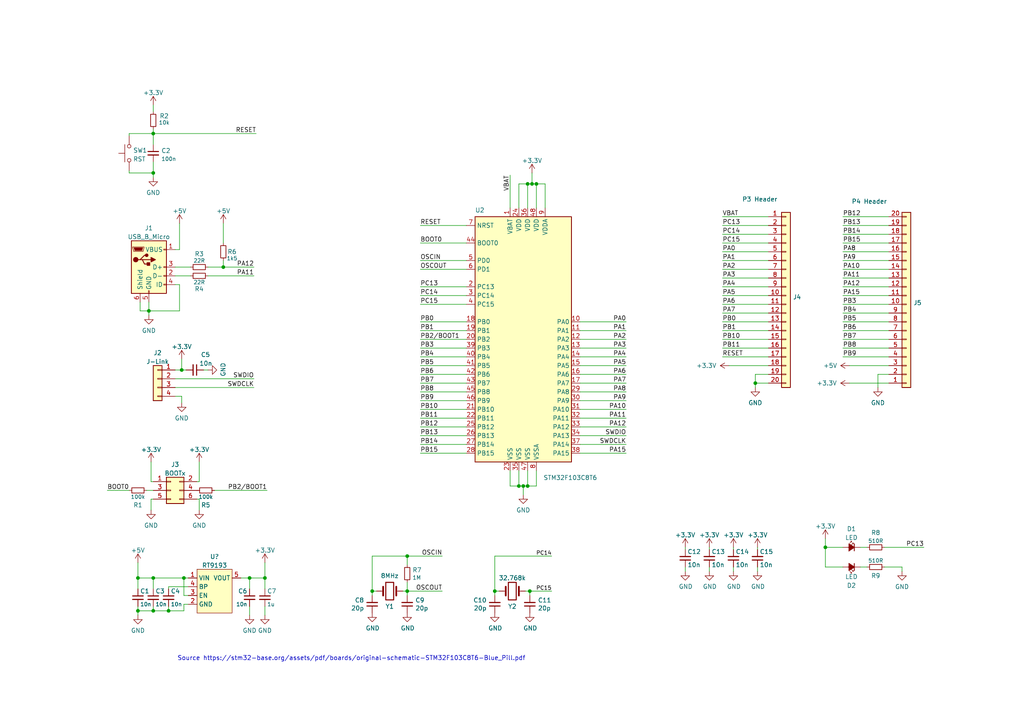
<source format=kicad_sch>
(kicad_sch (version 20211123) (generator eeschema)
  (paper "A4")
  (title_block (title "STM32F103C8T6 Bluepill") (date "2022-10-15") (company "Luc Hondareyte"))
  (lib_symbols
    (symbol "Connector:USB_B_Micro" (pin_names (offset 1.016))
      (property "Reference" "J" (at -5.08 11.43 0))
      (property "Value" "USB_B_Micro" (at -5.08 8.89 0))
      (symbol "USB_B_Micro_0_1"
        (rectangle (start -5.08 -7.62) (end 5.08 7.62) (stroke (width 0.254)) (fill (type background)))
        (circle (center -3.81 2.159) (radius 0.635) (stroke (width 0.254)) (fill (type outline)))
        (circle (center -0.635 3.429) (radius 0.381) (stroke (width 0.254)) (fill (type outline)))
        (rectangle (start -0.127 -7.62) (end 0.127 -6.858))
        (polyline (pts (xy -1.905 2.159) (xy 0.635 2.159)) (stroke (width 0.254)))
        (polyline (pts (xy -3.175 2.159) (xy -2.54 2.159) (xy -1.27 3.429) (xy -0.635 3.429)) (stroke (width 0.254)))
        (polyline (pts (xy -2.54 2.159) (xy -1.905 2.159) (xy -1.27 0.889) (xy 0 0.889)) (stroke (width 0.254)))
        (polyline (pts (xy 0.635 2.794) (xy 0.635 1.524) (xy 1.905 2.159) (xy 0.635 2.794)) (stroke (width 0.254)) (fill (type outline)))
        (polyline (pts (xy -4.318 5.588) (xy -1.778 5.588) (xy -2.032 4.826) (xy -4.064 4.826) (xy -4.318 5.588)) (fill (type outline)))
        (polyline (pts (xy -4.699 5.842) (xy -4.699 5.588) (xy -4.445 4.826) (xy -4.445 4.572) (xy -1.651 4.572) (xy -1.651 4.826) (xy -1.397 5.588) (xy -1.397 5.842) (xy -4.699 5.842)))
        (rectangle (start 0.254 1.27) (end -0.508 0.508) (stroke (width 0.254)) (fill (type outline)))
        (rectangle (start 5.08 -5.207) (end 4.318 -4.953))
        (rectangle (start 5.08 -2.667) (end 4.318 -2.413))
        (rectangle (start 5.08 -0.127) (end 4.318 0.127))
        (rectangle (start 5.08 4.953) (end 4.318 5.207))
      )
      (symbol "USB_B_Micro_1_1"
        (pin power_out line (at 7.62 5.08 180) (length 2.54) (name "VBUS") (number "1"))
        (pin bidirectional line (at 7.62 -2.54 180) (length 2.54) (name "D-") (number "2"))
        (pin bidirectional line (at 7.62 0 180) (length 2.54) (name "D+") (number "3"))
        (pin passive line (at 7.62 -5.08 180) (length 2.54) (name "ID") (number "4"))
        (pin power_out line (at 0 -10.16 90) (length 2.54) (name "GND") (number "5"))
        (pin passive line (at -2.54 -10.16 90) (length 2.54) (name "Shield") (number "6"))
      )
    )
    (symbol "Connector_Generic:Conn_01x04" (pin_names (offset 1.016) hide)
      (property "Reference" "J" (at 0 5.08 0))
      (property "Value" "Conn_01x04" (at 0 -7.62 0))
      (symbol "Conn_01x04_1_1"
        (rectangle (start -1.27 -4.953) (end 0 -5.207) (stroke (width 0.1524)))
        (rectangle (start -1.27 -2.413) (end 0 -2.667) (stroke (width 0.1524)))
        (rectangle (start -1.27 0.127) (end 0 -0.127) (stroke (width 0.1524)))
        (rectangle (start -1.27 2.667) (end 0 2.413) (stroke (width 0.1524)))
        (rectangle (start -1.27 3.81) (end 1.27 -6.35) (stroke (width 0.254)) (fill (type background)))
        (pin passive line (at -5.08 2.54 0) (length 3.81) (name "Pin_1") (number "1"))
        (pin passive line (at -5.08 0 0) (length 3.81) (name "Pin_2") (number "2"))
        (pin passive line (at -5.08 -2.54 0) (length 3.81) (name "Pin_3") (number "3"))
        (pin passive line (at -5.08 -5.08 0) (length 3.81) (name "Pin_4") (number "4"))
      )
    )
    (symbol "Connector_Generic:Conn_01x20" (pin_names (offset 1.016) hide)
      (property "Reference" "J" (at 0 25.4 0))
      (property "Value" "Conn_01x20" (at 0 -27.94 0))
      (symbol "Conn_01x20_1_1"
        (rectangle (start -1.27 -25.273) (end 0 -25.527) (stroke (width 0.1524)))
        (rectangle (start -1.27 -22.733) (end 0 -22.987) (stroke (width 0.1524)))
        (rectangle (start -1.27 -20.193) (end 0 -20.447) (stroke (width 0.1524)))
        (rectangle (start -1.27 -17.653) (end 0 -17.907) (stroke (width 0.1524)))
        (rectangle (start -1.27 -15.113) (end 0 -15.367) (stroke (width 0.1524)))
        (rectangle (start -1.27 -12.573) (end 0 -12.827) (stroke (width 0.1524)))
        (rectangle (start -1.27 -10.033) (end 0 -10.287) (stroke (width 0.1524)))
        (rectangle (start -1.27 -7.493) (end 0 -7.747) (stroke (width 0.1524)))
        (rectangle (start -1.27 -4.953) (end 0 -5.207) (stroke (width 0.1524)))
        (rectangle (start -1.27 -2.413) (end 0 -2.667) (stroke (width 0.1524)))
        (rectangle (start -1.27 0.127) (end 0 -0.127) (stroke (width 0.1524)))
        (rectangle (start -1.27 2.667) (end 0 2.413) (stroke (width 0.1524)))
        (rectangle (start -1.27 5.207) (end 0 4.953) (stroke (width 0.1524)))
        (rectangle (start -1.27 7.747) (end 0 7.493) (stroke (width 0.1524)))
        (rectangle (start -1.27 10.287) (end 0 10.033) (stroke (width 0.1524)))
        (rectangle (start -1.27 12.827) (end 0 12.573) (stroke (width 0.1524)))
        (rectangle (start -1.27 15.367) (end 0 15.113) (stroke (width 0.1524)))
        (rectangle (start -1.27 17.907) (end 0 17.653) (stroke (width 0.1524)))
        (rectangle (start -1.27 20.447) (end 0 20.193) (stroke (width 0.1524)))
        (rectangle (start -1.27 22.987) (end 0 22.733) (stroke (width 0.1524)))
        (rectangle (start -1.27 24.13) (end 1.27 -26.67) (stroke (width 0.254)) (fill (type background)))
        (pin passive line (at -5.08 22.86 0) (length 3.81) (name "Pin_1") (number "1"))
        (pin passive line (at -5.08 0 0) (length 3.81) (name "Pin_10") (number "10"))
        (pin passive line (at -5.08 -2.54 0) (length 3.81) (name "Pin_11") (number "11"))
        (pin passive line (at -5.08 -5.08 0) (length 3.81) (name "Pin_12") (number "12"))
        (pin passive line (at -5.08 -7.62 0) (length 3.81) (name "Pin_13") (number "13"))
        (pin passive line (at -5.08 -10.16 0) (length 3.81) (name "Pin_14") (number "14"))
        (pin passive line (at -5.08 -12.7 0) (length 3.81) (name "Pin_15") (number "15"))
        (pin passive line (at -5.08 -15.24 0) (length 3.81) (name "Pin_16") (number "16"))
        (pin passive line (at -5.08 -17.78 0) (length 3.81) (name "Pin_17") (number "17"))
        (pin passive line (at -5.08 -20.32 0) (length 3.81) (name "Pin_18") (number "18"))
        (pin passive line (at -5.08 -22.86 0) (length 3.81) (name "Pin_19") (number "19"))
        (pin passive line (at -5.08 20.32 0) (length 3.81) (name "Pin_2") (number "2"))
        (pin passive line (at -5.08 -25.4 0) (length 3.81) (name "Pin_20") (number "20"))
        (pin passive line (at -5.08 17.78 0) (length 3.81) (name "Pin_3") (number "3"))
        (pin passive line (at -5.08 15.24 0) (length 3.81) (name "Pin_4") (number "4"))
        (pin passive line (at -5.08 12.7 0) (length 3.81) (name "Pin_5") (number "5"))
        (pin passive line (at -5.08 10.16 0) (length 3.81) (name "Pin_6") (number "6"))
        (pin passive line (at -5.08 7.62 0) (length 3.81) (name "Pin_7") (number "7"))
        (pin passive line (at -5.08 5.08 0) (length 3.81) (name "Pin_8") (number "8"))
        (pin passive line (at -5.08 2.54 0) (length 3.81) (name "Pin_9") (number "9"))
      )
    )
    (symbol "Connector_Generic:Conn_02x03_Odd_Even" (pin_names (offset 1.016) hide)
      (property "Reference" "J" (at 1.27 5.08 0))
      (property "Value" "Conn_02x03_Odd_Even" (at 1.27 -5.08 0))
      (symbol "Conn_02x03_Odd_Even_1_1"
        (rectangle (start -1.27 -2.413) (end 0 -2.667) (stroke (width 0.1524)))
        (rectangle (start -1.27 0.127) (end 0 -0.127) (stroke (width 0.1524)))
        (rectangle (start -1.27 2.667) (end 0 2.413) (stroke (width 0.1524)))
        (rectangle (start -1.27 3.81) (end 3.81 -3.81) (stroke (width 0.254)) (fill (type background)))
        (rectangle (start 3.81 -2.413) (end 2.54 -2.667) (stroke (width 0.1524)))
        (rectangle (start 3.81 0.127) (end 2.54 -0.127) (stroke (width 0.1524)))
        (rectangle (start 3.81 2.667) (end 2.54 2.413) (stroke (width 0.1524)))
        (pin passive line (at -5.08 2.54 0) (length 3.81) (name "Pin_1") (number "1"))
        (pin passive line (at 7.62 2.54 180) (length 3.81) (name "Pin_2") (number "2"))
        (pin passive line (at -5.08 0 0) (length 3.81) (name "Pin_3") (number "3"))
        (pin passive line (at 7.62 0 180) (length 3.81) (name "Pin_4") (number "4"))
        (pin passive line (at -5.08 -2.54 0) (length 3.81) (name "Pin_5") (number "5"))
        (pin passive line (at 7.62 -2.54 180) (length 3.81) (name "Pin_6") (number "6"))
      )
    )
    (symbol "Device:C_Small" (pin_numbers hide) (pin_names (offset 0.254) hide)
      (property "Reference" "C" (at 0.254 1.778 0))
      (property "Value" "C_Small" (at 0.254 -2.032 0))
      (symbol "C_Small_0_1"
        (polyline (pts (xy -1.524 -0.508) (xy 1.524 -0.508)) (stroke (width 0.3302)))
        (polyline (pts (xy -1.524 0.508) (xy 1.524 0.508)) (stroke (width 0.3048)))
      )
      (symbol "C_Small_1_1"
        (pin passive line (at 0 2.54 270) (length 2.032) (name "~") (number "1"))
        (pin passive line (at 0 -2.54 90) (length 2.032) (name "~") (number "2"))
      )
    )
    (symbol "Device:Crystal" (pin_numbers hide) (pin_names (offset 1.016) hide)
      (property "Reference" "Y" (at 0 3.81 0))
      (property "Value" "Crystal" (at 0 -3.81 0))
      (symbol "Crystal_0_1"
        (rectangle (start -1.143 2.54) (end 1.143 -2.54) (stroke (width 0.3048)))
        (polyline (pts (xy -2.54 0) (xy -1.905 0)))
        (polyline (pts (xy -1.905 -1.27) (xy -1.905 1.27)) (stroke (width 0.508)))
        (polyline (pts (xy 1.905 -1.27) (xy 1.905 1.27)) (stroke (width 0.508)))
        (polyline (pts (xy 2.54 0) (xy 1.905 0)))
      )
      (symbol "Crystal_1_1"
        (pin passive line (at -3.81 0 0) (length 1.27) (name "1") (number "1"))
        (pin passive line (at 3.81 0 180) (length 1.27) (name "2") (number "2"))
      )
    )
    (symbol "Device:LED_Small_Filled" (pin_numbers hide) (pin_names (offset 0.254) hide)
      (property "Reference" "D" (at -1.27 3.175 0))
      (property "Value" "LED_Small_Filled" (at -4.445 -2.54 0))
      (symbol "LED_Small_Filled_0_1"
        (polyline (pts (xy -0.762 -1.016) (xy -0.762 1.016)) (stroke (width 0.254)))
        (polyline (pts (xy 1.016 0) (xy -0.762 0)))
        (polyline (pts (xy 0.762 -1.016) (xy -0.762 0) (xy 0.762 1.016) (xy 0.762 -1.016)) (stroke (width 0.254)) (fill (type outline)))
        (polyline (pts (xy 0 0.762) (xy -0.508 1.27) (xy -0.254 1.27) (xy -0.508 1.27) (xy -0.508 1.016)))
        (polyline (pts (xy 0.508 1.27) (xy 0 1.778) (xy 0.254 1.778) (xy 0 1.778) (xy 0 1.524)))
      )
      (symbol "LED_Small_Filled_1_1"
        (pin passive line (at -2.54 0 0) (length 1.778) (name "K") (number "1"))
        (pin passive line (at 2.54 0 180) (length 1.778) (name "A") (number "2"))
      )
    )
    (symbol "Device:R_Small" (pin_numbers hide) (pin_names (offset 0.254) hide)
      (property "Reference" "R" (at 0.762 0.508 0))
      (property "Value" "R_Small" (at 0.762 -1.016 0))
      (symbol "R_Small_0_1"
        (rectangle (start -0.762 1.778) (end 0.762 -1.778) (stroke (width 0.2032)))
      )
      (symbol "R_Small_1_1"
        (pin passive line (at 0 2.54 270) (length 0.762) (name "~") (number "1"))
        (pin passive line (at 0 -2.54 90) (length 0.762) (name "~") (number "2"))
      )
    )
    (symbol "MCU_ST_STM32F1:STM32F103C8Tx"
      (property "Reference" "U" (at -15.24 36.83 0))
      (property "Value" "STM32F103C8Tx" (at 7.62 36.83 0))
      (symbol "STM32F103C8Tx_0_1"
        (rectangle (start -15.24 -35.56) (end 12.7 35.56) (stroke (width 0.254)) (fill (type background)))
      )
      (symbol "STM32F103C8Tx_1_1"
        (pin power_in line (at -5.08 38.1 270) (length 2.54) (name "VBAT") (number "1"))
        (pin bidirectional line (at 15.24 5.08 180) (length 2.54) (name "PA0") (number "10"))
        (pin bidirectional line (at 15.24 2.54 180) (length 2.54) (name "PA1") (number "11"))
        (pin bidirectional line (at 15.24 0 180) (length 2.54) (name "PA2") (number "12"))
        (pin bidirectional line (at 15.24 -2.54 180) (length 2.54) (name "PA3") (number "13"))
        (pin bidirectional line (at 15.24 -5.08 180) (length 2.54) (name "PA4") (number "14"))
        (pin bidirectional line (at 15.24 -7.62 180) (length 2.54) (name "PA5") (number "15"))
        (pin bidirectional line (at 15.24 -10.16 180) (length 2.54) (name "PA6") (number "16"))
        (pin bidirectional line (at 15.24 -12.7 180) (length 2.54) (name "PA7") (number "17"))
        (pin bidirectional line (at -17.78 5.08 0) (length 2.54) (name "PB0") (number "18"))
        (pin bidirectional line (at -17.78 2.54 0) (length 2.54) (name "PB1") (number "19"))
        (pin bidirectional line (at -17.78 15.24 0) (length 2.54) (name "PC13") (number "2"))
        (pin bidirectional line (at -17.78 0 0) (length 2.54) (name "PB2") (number "20"))
        (pin bidirectional line (at -17.78 -20.32 0) (length 2.54) (name "PB10") (number "21"))
        (pin bidirectional line (at -17.78 -22.86 0) (length 2.54) (name "PB11") (number "22"))
        (pin power_in line (at -5.08 -38.1 90) (length 2.54) (name "VSS") (number "23"))
        (pin power_in line (at -2.54 38.1 270) (length 2.54) (name "VDD") (number "24"))
        (pin bidirectional line (at -17.78 -25.4 0) (length 2.54) (name "PB12") (number "25"))
        (pin bidirectional line (at -17.78 -27.94 0) (length 2.54) (name "PB13") (number "26"))
        (pin bidirectional line (at -17.78 -30.48 0) (length 2.54) (name "PB14") (number "27"))
        (pin bidirectional line (at -17.78 -33.02 0) (length 2.54) (name "PB15") (number "28"))
        (pin bidirectional line (at 15.24 -15.24 180) (length 2.54) (name "PA8") (number "29"))
        (pin bidirectional line (at -17.78 12.7 0) (length 2.54) (name "PC14") (number "3"))
        (pin bidirectional line (at 15.24 -17.78 180) (length 2.54) (name "PA9") (number "30"))
        (pin bidirectional line (at 15.24 -20.32 180) (length 2.54) (name "PA10") (number "31"))
        (pin bidirectional line (at 15.24 -22.86 180) (length 2.54) (name "PA11") (number "32"))
        (pin bidirectional line (at 15.24 -25.4 180) (length 2.54) (name "PA12") (number "33"))
        (pin bidirectional line (at 15.24 -27.94 180) (length 2.54) (name "PA13") (number "34"))
        (pin power_in line (at -2.54 -38.1 90) (length 2.54) (name "VSS") (number "35"))
        (pin power_in line (at 0 38.1 270) (length 2.54) (name "VDD") (number "36"))
        (pin bidirectional line (at 15.24 -30.48 180) (length 2.54) (name "PA14") (number "37"))
        (pin bidirectional line (at 15.24 -33.02 180) (length 2.54) (name "PA15") (number "38"))
        (pin bidirectional line (at -17.78 -2.54 0) (length 2.54) (name "PB3") (number "39"))
        (pin bidirectional line (at -17.78 10.16 0) (length 2.54) (name "PC15") (number "4"))
        (pin bidirectional line (at -17.78 -5.08 0) (length 2.54) (name "PB4") (number "40"))
        (pin bidirectional line (at -17.78 -7.62 0) (length 2.54) (name "PB5") (number "41"))
        (pin bidirectional line (at -17.78 -10.16 0) (length 2.54) (name "PB6") (number "42"))
        (pin bidirectional line (at -17.78 -12.7 0) (length 2.54) (name "PB7") (number "43"))
        (pin input line (at -17.78 27.94 0) (length 2.54) (name "BOOT0") (number "44"))
        (pin bidirectional line (at -17.78 -15.24 0) (length 2.54) (name "PB8") (number "45"))
        (pin bidirectional line (at -17.78 -17.78 0) (length 2.54) (name "PB9") (number "46"))
        (pin power_in line (at 0 -38.1 90) (length 2.54) (name "VSS") (number "47"))
        (pin power_in line (at 2.54 38.1 270) (length 2.54) (name "VDD") (number "48"))
        (pin input line (at -17.78 22.86 0) (length 2.54) (name "PD0") (number "5"))
        (pin input line (at -17.78 20.32 0) (length 2.54) (name "PD1") (number "6"))
        (pin input line (at -17.78 33.02 0) (length 2.54) (name "NRST") (number "7"))
        (pin power_in line (at 2.54 -38.1 90) (length 2.54) (name "VSSA") (number "8"))
        (pin power_in line (at 5.08 38.1 270) (length 2.54) (name "VDDA") (number "9"))
      )
    )
    (symbol "Switch:SW_Push" (pin_numbers hide) (pin_names (offset 1.016) hide)
      (property "Reference" "SW" (at 1.27 2.54 0))
      (property "Value" "SW_Push" (at 0 -1.524 0))
      (symbol "SW_Push_0_1"
        (circle (center -2.032 0) (radius 0.508))
        (polyline (pts (xy 0 1.27) (xy 0 3.048)))
        (polyline (pts (xy 2.54 1.27) (xy -2.54 1.27)))
        (circle (center 2.032 0) (radius 0.508))
        (pin passive line (at -5.08 0 0) (length 2.54) (name "1") (number "1"))
        (pin passive line (at 5.08 0 180) (length 2.54) (name "2") (number "2"))
      )
    )
    (symbol "blue-pill:RT9193"
      (property "Reference" "U" (at -3.81 7.62 0))
      (property "Value" "RT9193" (at 3.81 -7.62 0))
      (symbol "RT9193_0_1"
        (rectangle (start -5.08 6.35) (end 5.08 -6.35) (stroke (width 0.1524)) (fill (type background)))
      )
      (symbol "RT9193_1_1"
        (pin power_in line (at -7.62 3.81 0) (length 2.54) (name "VIN") (number "1"))
        (pin passive line (at -7.62 -3.81 0) (length 2.54) (name "GND") (number "2"))
        (pin input line (at -7.62 -1.27 0) (length 2.54) (name "EN") (number "3"))
        (pin bidirectional line (at -7.62 1.27 0) (length 2.54) (name "BP") (number "4"))
        (pin power_out line (at 7.62 3.81 180) (length 2.54) (name "VOUT") (number "5"))
      )
    )
    (symbol "power:+3.3V" (power) (pin_names (offset 0))
      (property "Value" "+3.3V" (at 0 3.556 0))
      (symbol "+3.3V_0_1"
        (polyline (pts (xy -0.762 1.27) (xy 0 2.54)))
        (polyline (pts (xy 0 0) (xy 0 2.54)))
        (polyline (pts (xy 0 2.54) (xy 0.762 1.27)))
      )
      (symbol "+3.3V_1_1"
        (pin power_in line (at 0 0 90) (length 0) hide (name "+3.3V") (number "1"))
      )
    )
    (symbol "power:+5V" (power) (pin_names (offset 0))
      (property "Value" "+5V" (at 0 3.556 0))
      (symbol "+5V_0_1"
        (polyline (pts (xy -0.762 1.27) (xy 0 2.54)))
        (polyline (pts (xy 0 0) (xy 0 2.54)))
        (polyline (pts (xy 0 2.54) (xy 0.762 1.27)))
      )
      (symbol "+5V_1_1"
        (pin power_in line (at 0 0 90) (length 0) hide (name "+5V") (number "1"))
      )
    )
    (symbol "power:GND" (power) (pin_names (offset 0))
      (property "Value" "GND" (at 0 -3.81 0))
      (symbol "GND_0_1"
        (polyline (pts (xy 0 0) (xy 0 -1.27) (xy 1.27 -1.27) (xy 0 -2.54) (xy -1.27 -1.27) (xy 0 -1.27)))
      )
      (symbol "GND_1_1"
        (pin power_in line (at 0 0 270) (length 0) hide (name "GND") (number "1"))
      )
    )
  )
  (junction (at 40.005 177.165))
  (junction (at 44.45 167.64))
  (junction (at 153.035 140.97))
  (junction (at 153.035 53.34))
  (junction (at 44.45 38.735))
  (junction (at 219.075 111.125))
  (junction (at 52.705 107.315))
  (junction (at 44.45 50.165))
  (junction (at 64.77 77.47))
  (junction (at 107.95 171.45))
  (junction (at 40.005 167.64))
  (junction (at 53.34 167.64))
  (junction (at 118.11 171.45))
  (junction (at 151.765 140.97))
  (junction (at 154.305 53.34))
  (junction (at 48.895 177.165))
  (junction (at 76.835 167.64))
  (junction (at 143.51 171.45))
  (junction (at 43.18 90.17))
  (junction (at 153.67 171.45))
  (junction (at 44.45 177.165))
  (junction (at 72.39 167.64))
  (junction (at 155.575 53.34))
  (junction (at 118.11 161.29))
  (junction (at 239.395 158.75))
  (junction (at 150.495 140.97))
  (wire (pts (xy 121.92 65.405) (xy 135.255 65.405)))
  (wire (pts (xy 60.325 77.47) (xy 64.77 77.47)))
  (wire (pts (xy 153.035 140.97) (xy 155.575 140.97)))
  (wire (pts (xy 143.51 161.29) (xy 143.51 171.45)))
  (wire (pts (xy 69.85 167.64) (xy 72.39 167.64)))
  (wire (pts (xy 249.555 158.75) (xy 251.46 158.75)))
  (wire (pts (xy 168.275 108.585) (xy 181.61 108.585)))
  (wire (pts (xy 209.55 62.865) (xy 222.885 62.865)))
  (wire (pts (xy 244.475 88.265) (xy 257.81 88.265)))
  (wire (pts (xy 121.92 70.485) (xy 135.255 70.485)))
  (wire (pts (xy 121.92 103.505) (xy 135.255 103.505)))
  (wire (pts (xy 118.11 161.29) (xy 128.27 161.29)))
  (wire (pts (xy 52.07 82.55) (xy 50.8 82.55)))
  (wire (pts (xy 257.81 108.585) (xy 254.635 108.585)))
  (wire (pts (xy 44.45 177.165) (xy 48.895 177.165)))
  (wire (pts (xy 37.465 38.735) (xy 44.45 38.735)))
  (wire (pts (xy 40.005 175.895) (xy 40.005 177.165)))
  (wire (pts (xy 121.92 93.345) (xy 135.255 93.345)))
  (wire (pts (xy 37.465 50.165) (xy 37.465 49.53)))
  (wire (pts (xy 44.45 38.735) (xy 44.45 41.91)))
  (wire (pts (xy 168.275 121.285) (xy 181.61 121.285)))
  (wire (pts (xy 147.955 50.8) (xy 147.955 60.325)))
  (wire (pts (xy 44.45 144.78) (xy 43.815 144.78)))
  (wire (pts (xy 244.475 83.185) (xy 257.81 83.185)))
  (wire (pts (xy 158.115 53.34) (xy 155.575 53.34)))
  (wire (pts (xy 52.705 107.315) (xy 50.8 107.315)))
  (wire (pts (xy 121.92 78.105) (xy 135.255 78.105)))
  (wire (pts (xy 209.55 90.805) (xy 222.885 90.805)))
  (wire (pts (xy 209.55 83.185) (xy 222.885 83.185)))
  (wire (pts (xy 153.67 171.45) (xy 153.67 172.72)))
  (wire (pts (xy 211.455 106.045) (xy 222.885 106.045)))
  (wire (pts (xy 244.475 78.105) (xy 257.81 78.105)))
  (wire (pts (xy 40.64 87.63) (xy 40.64 90.17)))
  (wire (pts (xy 31.115 142.24) (xy 37.465 142.24)))
  (wire (pts (xy 53.34 175.26) (xy 54.61 175.26)))
  (wire (pts (xy 121.92 108.585) (xy 135.255 108.585)))
  (wire (pts (xy 121.92 85.725) (xy 135.255 85.725)))
  (wire (pts (xy 52.705 104.14) (xy 52.705 107.315)))
  (wire (pts (xy 152.4 171.45) (xy 153.67 171.45)))
  (wire (pts (xy 209.55 70.485) (xy 222.885 70.485)))
  (wire (pts (xy 219.075 108.585) (xy 222.885 108.585)))
  (wire (pts (xy 135.255 98.425) (xy 121.92 98.425)))
  (wire (pts (xy 118.11 171.45) (xy 118.11 172.72)))
  (wire (pts (xy 44.45 30.48) (xy 44.45 32.385)))
  (wire (pts (xy 168.275 113.665) (xy 181.61 113.665)))
  (wire (pts (xy 54.61 170.18) (xy 48.895 170.18)))
  (wire (pts (xy 244.475 158.75) (xy 239.395 158.75)))
  (wire (pts (xy 144.78 171.45) (xy 143.51 171.45)))
  (wire (pts (xy 244.475 67.945) (xy 257.81 67.945)))
  (wire (pts (xy 198.755 164.465) (xy 198.755 165.735)))
  (wire (pts (xy 244.475 90.805) (xy 257.81 90.805)))
  (wire (pts (xy 154.305 50.165) (xy 154.305 53.34)))
  (wire (pts (xy 43.18 90.17) (xy 52.07 90.17)))
  (wire (pts (xy 50.8 77.47) (xy 55.245 77.47)))
  (wire (pts (xy 60.325 80.01) (xy 73.66 80.01)))
  (wire (pts (xy 118.11 163.83) (xy 118.11 161.29)))
  (wire (pts (xy 209.55 80.645) (xy 222.885 80.645)))
  (wire (pts (xy 121.92 118.745) (xy 135.255 118.745)))
  (wire (pts (xy 143.51 171.45) (xy 143.51 172.72)))
  (wire (pts (xy 121.92 100.965) (xy 135.255 100.965)))
  (wire (pts (xy 153.035 136.525) (xy 153.035 140.97)))
  (wire (pts (xy 150.495 53.34) (xy 153.035 53.34)))
  (wire (pts (xy 209.55 100.965) (xy 222.885 100.965)))
  (wire (pts (xy 209.55 103.505) (xy 222.885 103.505)))
  (wire (pts (xy 44.45 167.64) (xy 44.45 170.815)))
  (wire (pts (xy 121.92 111.125) (xy 135.255 111.125)))
  (wire (pts (xy 50.8 72.39) (xy 52.07 72.39)))
  (wire (pts (xy 64.77 64.77) (xy 64.77 70.485)))
  (wire (pts (xy 118.11 161.29) (xy 107.95 161.29)))
  (wire (pts (xy 50.8 112.395) (xy 73.66 112.395)))
  (wire (pts (xy 205.74 158.75) (xy 205.74 159.385)))
  (wire (pts (xy 72.39 167.64) (xy 76.835 167.64)))
  (wire (pts (xy 209.55 65.405) (xy 222.885 65.405)))
  (wire (pts (xy 121.92 128.905) (xy 135.255 128.905)))
  (wire (pts (xy 244.475 75.565) (xy 257.81 75.565)))
  (wire (pts (xy 40.005 177.165) (xy 40.005 178.435)))
  (wire (pts (xy 244.475 70.485) (xy 257.81 70.485)))
  (wire (pts (xy 244.475 65.405) (xy 257.81 65.405)))
  (wire (pts (xy 155.575 140.97) (xy 155.575 136.525)))
  (wire (pts (xy 121.92 126.365) (xy 135.255 126.365)))
  (wire (pts (xy 244.475 62.865) (xy 257.81 62.865)))
  (wire (pts (xy 244.475 98.425) (xy 257.81 98.425)))
  (wire (pts (xy 143.51 161.29) (xy 160.02 161.29)))
  (wire (pts (xy 150.495 140.97) (xy 151.765 140.97)))
  (wire (pts (xy 168.275 106.045) (xy 181.61 106.045)))
  (wire (pts (xy 209.55 93.345) (xy 222.885 93.345)))
  (wire (pts (xy 54.61 167.64) (xy 53.34 167.64)))
  (wire (pts (xy 121.92 123.825) (xy 135.255 123.825)))
  (wire (pts (xy 44.45 50.165) (xy 44.45 51.435)))
  (wire (pts (xy 198.755 158.75) (xy 198.755 159.385)))
  (wire (pts (xy 244.475 95.885) (xy 257.81 95.885)))
  (wire (pts (xy 57.785 139.7) (xy 57.15 139.7)))
  (wire (pts (xy 155.575 53.34) (xy 155.575 60.325)))
  (wire (pts (xy 219.075 111.125) (xy 219.075 112.395)))
  (wire (pts (xy 52.07 90.17) (xy 52.07 82.55)))
  (wire (pts (xy 209.55 75.565) (xy 222.885 75.565)))
  (wire (pts (xy 246.38 106.045) (xy 257.81 106.045)))
  (wire (pts (xy 212.725 158.75) (xy 212.725 159.385)))
  (wire (pts (xy 44.45 175.895) (xy 44.45 177.165)))
  (wire (pts (xy 205.74 164.465) (xy 205.74 165.735)))
  (wire (pts (xy 44.45 38.735) (xy 74.295 38.735)))
  (wire (pts (xy 52.07 64.77) (xy 52.07 72.39)))
  (wire (pts (xy 249.555 164.465) (xy 251.46 164.465)))
  (wire (pts (xy 153.035 53.34) (xy 153.035 60.325)))
  (wire (pts (xy 209.55 98.425) (xy 222.885 98.425)))
  (wire (pts (xy 209.55 73.025) (xy 222.885 73.025)))
  (wire (pts (xy 150.495 60.325) (xy 150.495 53.34)))
  (wire (pts (xy 209.55 85.725) (xy 222.885 85.725)))
  (wire (pts (xy 209.55 67.945) (xy 222.885 67.945)))
  (wire (pts (xy 109.22 171.45) (xy 107.95 171.45)))
  (wire (pts (xy 43.815 144.78) (xy 43.815 147.955)))
  (wire (pts (xy 40.005 163.195) (xy 40.005 167.64)))
  (wire (pts (xy 62.23 142.24) (xy 77.47 142.24)))
  (wire (pts (xy 43.815 139.7) (xy 43.815 133.985)))
  (wire (pts (xy 168.275 95.885) (xy 181.61 95.885)))
  (wire (pts (xy 256.54 164.465) (xy 261.62 164.465)))
  (wire (pts (xy 53.34 177.165) (xy 53.34 175.26)))
  (wire (pts (xy 44.45 167.64) (xy 40.005 167.64)))
  (wire (pts (xy 57.785 147.955) (xy 57.785 144.78)))
  (wire (pts (xy 150.495 136.525) (xy 150.495 140.97)))
  (wire (pts (xy 48.895 175.895) (xy 48.895 177.165)))
  (wire (pts (xy 239.395 156.21) (xy 239.395 158.75)))
  (wire (pts (xy 121.92 116.205) (xy 135.255 116.205)))
  (wire (pts (xy 239.395 158.75) (xy 239.395 164.465)))
  (wire (pts (xy 209.55 88.265) (xy 222.885 88.265)))
  (wire (pts (xy 72.39 175.895) (xy 72.39 178.435)))
  (wire (pts (xy 254.635 108.585) (xy 254.635 112.395)))
  (wire (pts (xy 43.18 87.63) (xy 43.18 90.17)))
  (wire (pts (xy 244.475 73.025) (xy 257.81 73.025)))
  (wire (pts (xy 57.785 144.78) (xy 57.15 144.78)))
  (wire (pts (xy 256.54 158.75) (xy 267.97 158.75)))
  (wire (pts (xy 168.275 128.905) (xy 181.61 128.905)))
  (wire (pts (xy 48.895 170.18) (xy 48.895 170.815)))
  (wire (pts (xy 181.61 116.205) (xy 168.275 116.205)))
  (wire (pts (xy 168.275 111.125) (xy 181.61 111.125)))
  (wire (pts (xy 76.835 167.64) (xy 76.835 170.815)))
  (wire (pts (xy 153.035 53.34) (xy 154.305 53.34)))
  (wire (pts (xy 158.115 60.325) (xy 158.115 53.34)))
  (wire (pts (xy 219.075 111.125) (xy 222.885 111.125)))
  (wire (pts (xy 76.835 163.195) (xy 76.835 167.64)))
  (wire (pts (xy 53.34 167.64) (xy 53.34 172.72)))
  (wire (pts (xy 43.18 90.17) (xy 43.18 91.44)))
  (wire (pts (xy 57.785 133.985) (xy 57.785 139.7)))
  (wire (pts (xy 261.62 164.465) (xy 261.62 165.735)))
  (wire (pts (xy 107.95 161.29) (xy 107.95 171.45)))
  (wire (pts (xy 121.92 131.445) (xy 135.255 131.445)))
  (wire (pts (xy 121.92 121.285) (xy 135.255 121.285)))
  (wire (pts (xy 59.055 107.315) (xy 60.325 107.315)))
  (wire (pts (xy 147.955 140.97) (xy 150.495 140.97)))
  (wire (pts (xy 73.66 109.855) (xy 50.8 109.855)))
  (wire (pts (xy 116.84 171.45) (xy 118.11 171.45)))
  (wire (pts (xy 52.705 107.315) (xy 53.975 107.315)))
  (wire (pts (xy 40.64 90.17) (xy 43.18 90.17)))
  (wire (pts (xy 168.275 118.745) (xy 181.61 118.745)))
  (wire (pts (xy 168.275 126.365) (xy 181.61 126.365)))
  (wire (pts (xy 121.92 95.885) (xy 135.255 95.885)))
  (wire (pts (xy 244.475 103.505) (xy 257.81 103.505)))
  (wire (pts (xy 168.275 93.345) (xy 181.61 93.345)))
  (wire (pts (xy 168.275 123.825) (xy 181.61 123.825)))
  (wire (pts (xy 209.55 78.105) (xy 222.885 78.105)))
  (wire (pts (xy 107.95 171.45) (xy 107.95 172.72)))
  (wire (pts (xy 244.475 85.725) (xy 257.81 85.725)))
  (wire (pts (xy 50.8 80.01) (xy 55.245 80.01)))
  (wire (pts (xy 37.465 39.37) (xy 37.465 38.735)))
  (wire (pts (xy 40.005 177.165) (xy 44.45 177.165)))
  (wire (pts (xy 40.005 167.64) (xy 40.005 170.815)))
  (wire (pts (xy 44.45 139.7) (xy 43.815 139.7)))
  (wire (pts (xy 44.45 50.165) (xy 37.465 50.165)))
  (wire (pts (xy 153.67 171.45) (xy 160.02 171.45)))
  (wire (pts (xy 72.39 167.64) (xy 72.39 170.815)))
  (wire (pts (xy 151.765 140.97) (xy 153.035 140.97)))
  (wire (pts (xy 121.92 88.265) (xy 135.255 88.265)))
  (wire (pts (xy 219.71 164.465) (xy 219.71 165.735)))
  (wire (pts (xy 121.92 113.665) (xy 135.255 113.665)))
  (wire (pts (xy 239.395 164.465) (xy 244.475 164.465)))
  (wire (pts (xy 209.55 95.885) (xy 222.885 95.885)))
  (wire (pts (xy 42.545 142.24) (xy 44.45 142.24)))
  (wire (pts (xy 44.45 46.99) (xy 44.45 50.165)))
  (wire (pts (xy 52.705 114.935) (xy 52.705 116.84)))
  (wire (pts (xy 118.11 171.45) (xy 128.27 171.45)))
  (wire (pts (xy 151.765 140.97) (xy 151.765 143.51)))
  (wire (pts (xy 181.61 103.505) (xy 168.275 103.505)))
  (wire (pts (xy 219.075 108.585) (xy 219.075 111.125)))
  (wire (pts (xy 154.305 53.34) (xy 155.575 53.34)))
  (wire (pts (xy 64.77 77.47) (xy 73.66 77.47)))
  (wire (pts (xy 121.92 83.185) (xy 135.255 83.185)))
  (wire (pts (xy 147.955 136.525) (xy 147.955 140.97)))
  (wire (pts (xy 121.92 106.045) (xy 135.255 106.045)))
  (wire (pts (xy 121.92 75.565) (xy 135.255 75.565)))
  (wire (pts (xy 168.275 100.965) (xy 181.61 100.965)))
  (wire (pts (xy 246.38 111.125) (xy 257.81 111.125)))
  (wire (pts (xy 168.275 131.445) (xy 181.61 131.445)))
  (wire (pts (xy 53.34 172.72) (xy 54.61 172.72)))
  (wire (pts (xy 64.77 75.565) (xy 64.77 77.47)))
  (wire (pts (xy 44.45 37.465) (xy 44.45 38.735)))
  (wire (pts (xy 212.725 164.465) (xy 212.725 165.735)))
  (wire (pts (xy 118.11 168.91) (xy 118.11 171.45)))
  (wire (pts (xy 76.835 175.895) (xy 76.835 178.435)))
  (wire (pts (xy 244.475 100.965) (xy 257.81 100.965)))
  (wire (pts (xy 48.895 177.165) (xy 53.34 177.165)))
  (wire (pts (xy 219.71 158.75) (xy 219.71 159.385)))
  (wire (pts (xy 244.475 93.345) (xy 257.81 93.345)))
  (wire (pts (xy 181.61 98.425) (xy 168.275 98.425)))
  (wire (pts (xy 244.475 80.645) (xy 257.81 80.645)))
  (wire (pts (xy 50.8 114.935) (xy 52.705 114.935)))
  (wire (pts (xy 44.45 167.64) (xy 53.34 167.64)))
  (text "Source https://stm32-base.org/assets/pdf/boards/original-schematic-STM32F103C8T6-Blue_Pill.pdf" (at 51.435 191.77 0) (effects (font (size 1.27 1.27)) (justify left bottom)))
  (label "BOOT0" (at 31.115 142.24 0))
  (label "OSCOUT" (at 121.92 78.105 0))
  (label "PA1" (at 181.61 95.885 180))
  (label "PA15" (at 181.61 131.445 180))
  (label "PB10" (at 121.92 118.745 0))
  (label "PC14" (at 209.55 67.945 0))
  (label "PA6" (at 181.61 108.585 180))
  (label "PB3" (at 121.92 100.965 0))
  (label "PB5" (at 121.92 106.045 0))
  (label "PB15" (at 121.92 131.445 0))
  (label "PB11" (at 121.92 121.285 0))
  (label "PA7" (at 181.61 111.125 180))
  (label "PC13" (at 267.97 158.75 180))
  (label "OSCIN" (at 128.27 161.29 180))
  (label "OSCOUT" (at 128.27 171.45 180))
  (label "PB14" (at 244.475 67.945 0))
  (label "PC13" (at 209.55 65.405 0))
  (label "PB13" (at 244.475 65.405 0))
  (label "PA15" (at 244.475 85.725 0))
  (label "PA12" (at 244.475 83.185 0))
  (label "PA12" (at 73.66 77.47 180))
  (label "PB13" (at 121.92 126.365 0))
  (label "PC15" (at 209.55 70.485 0))
  (label "PA0" (at 181.61 93.345 180))
  (label "PA0" (at 209.55 73.025 0))
  (label "PB10" (at 209.55 98.425 0))
  (label "PA7" (at 209.55 90.805 0))
  (label "PA4" (at 209.55 83.185 0))
  (label "PB15" (at 244.475 70.485 0))
  (label "RESET" (at 209.55 103.505 0))
  (label "SWDCLK" (at 181.61 128.905 180))
  (label "PA3" (at 181.61 100.965 180))
  (label "PB3" (at 244.475 88.265 0))
  (label "OSCIN" (at 121.92 75.565 0))
  (label "SWDIO" (at 73.66 109.855 180))
  (label "PA10" (at 181.61 118.745 180))
  (label "PA5" (at 209.55 85.725 0))
  (label "PA9" (at 244.475 75.565 0))
  (label "PA11" (at 244.475 80.645 0))
  (label "PB8" (at 244.475 100.965 0))
  (label "PB9" (at 121.92 116.205 0))
  (label "PC15" (at 160.02 171.45 180) (effects (font (size 1.1176 1.1176))))
  (label "PB14" (at 121.92 128.905 0))
  (label "PA8" (at 244.475 73.025 0))
  (label "RESET" (at 121.92 65.405 0))
  (label "PB0" (at 209.55 93.345 0))
  (label "PB4" (at 121.92 103.505 0))
  (label "PA10" (at 244.475 78.105 0))
  (label "PA4" (at 181.61 103.505 180))
  (label "PB7" (at 244.475 98.425 0))
  (label "PC15" (at 121.92 88.265 0))
  (label "PC14" (at 121.92 85.725 0))
  (label "PB1" (at 121.92 95.885 0))
  (label "PC13" (at 121.92 83.185 0))
  (label "BOOT0" (at 121.92 70.485 0))
  (label "PB6" (at 244.475 95.885 0))
  (label "RESET" (at 74.295 38.735 180))
  (label "PB9" (at 244.475 103.505 0))
  (label "PB0" (at 121.92 93.345 0))
  (label "PB2{slash}BOOT1" (at 121.92 98.425 0))
  (label "PA11" (at 181.61 121.285 180))
  (label "PB4" (at 244.475 90.805 0))
  (label "PA2" (at 181.61 98.425 180))
  (label "PA8" (at 181.61 113.665 180))
  (label "PB1" (at 209.55 95.885 0))
  (label "PA6" (at 209.55 88.265 0))
  (label "PA3" (at 209.55 80.645 0))
  (label "PB12" (at 244.475 62.865 0))
  (label "PA1" (at 209.55 75.565 0))
  (label "PB8" (at 121.92 113.665 0))
  (label "PA9" (at 181.61 116.205 180))
  (label "PB12" (at 121.92 123.825 0))
  (label "PB11" (at 209.55 100.965 0))
  (label "PA12" (at 181.61 123.825 180))
  (label "SWDIO" (at 181.61 126.365 180))
  (label "VBAT" (at 147.955 50.8 270))
  (label "PB5" (at 244.475 93.345 0))
  (label "PB7" (at 121.92 111.125 0))
  (label "PC14" (at 160.02 161.29 180) (effects (font (size 1.1176 1.1176))))
  (label "SWDCLK" (at 73.66 112.395 180))
  (label "PA11" (at 73.66 80.01 180))
  (label "PA5" (at 181.61 106.045 180))
  (label "PB6" (at 121.92 108.585 0))
  (label "PB2{slash}BOOT1" (at 77.47 142.24 180))
  (label "PA2" (at 209.55 78.105 0))
  (label "VBAT" (at 209.55 62.865 0))
  (symbol (lib_id "power:GND") (at 143.51 177.8 0) (unit 1)
    (property "Reference" "#PWR020" (effects hide))
    (property "Value" "GND" (at 143.637 182.1942 0))
  )
  (symbol (lib_id "Device:Crystal") (at 148.59 171.45 0) (unit 1)
    (property "Reference" "Y2" (at 148.59 175.895 0))
    (property "Value" "32.768k" (at 148.59 167.64 0))
  )
  (symbol (lib_id "Device:C_Small") (at 143.51 175.26 0) (mirror x) (unit 1)
    (property "Reference" "C10" (at 141.1732 174.0916 0) (effects (justify right)))
    (property "Value" "20p" (at 141.1732 176.403 0) (effects (justify right)))
  )
  (symbol (lib_id "Device:C_Small") (at 153.67 175.26 180) (unit 1)
    (property "Reference" "C11" (at 156.0068 174.0916 0) (effects (justify right)))
    (property "Value" "20p" (at 156.0068 176.403 0) (effects (justify right)))
  )
  (symbol (lib_id "power:GND") (at 153.67 177.8 0) (unit 1)
    (property "Reference" "#PWR022" (effects hide))
    (property "Value" "GND" (at 153.797 182.1942 0))
  )
  (symbol (lib_id "Switch:SW_Push") (at 37.465 44.45 90) (unit 1)
    (property "Reference" "SW1" (at 38.608 43.6153 90) (effects (justify right)))
    (property "Value" "RST" (at 38.608 46.1522 90) (effects (justify right)))
  )
  (symbol (lib_id "power:GND") (at 44.45 51.435 0) (unit 1)
    (property "Reference" "#PWR07" (effects hide))
    (property "Value" "GND" (at 44.45 55.8784 0))
  )
  (symbol (lib_id "Connector_Generic:Conn_01x20") (at 262.89 88.265 0) (mirror x) (unit 1)
    (property "Reference" "J5" (at 264.922 87.8297 0) (effects (justify left)))
    (property "Value" "P4 Header" (at 247.015 58.42 0) (effects (justify left)))
  )
  (symbol (lib_id "power:+3.3V") (at 44.45 30.48 0) (unit 1)
    (property "Reference" "#PWR06" (effects hide))
    (property "Value" "+3.3V" (at 44.45 26.9042 0))
  )
  (symbol (lib_id "Device:C_Small") (at 205.74 161.925 180) (unit 1)
    (property "Reference" "C13" (at 206.375 160.02 0) (effects (justify right)))
    (property "Value" "10n" (at 206.375 163.83 0) (effects (justify right)))
  )
  (symbol (lib_id "Device:C_Small") (at 72.39 173.355 0) (mirror y) (unit 1)
    (property "Reference" "C6" (at 71.755 171.45 0) (effects (justify left)))
    (property "Value" "10n" (at 71.755 175.26 0) (effects (font (size 1.1 1.1)) (justify left)))
  )
  (symbol (lib_id "Device:R_Small") (at 40.005 142.24 270) (unit 1)
    (property "Reference" "R1" (at 40.005 146.4868 90))
    (property "Value" "100k" (at 40.005 144.1027 90) (effects (font (size 1.1 1.1))))
  )
  (symbol (lib_id "power:GND") (at 151.765 143.51 0) (unit 1)
    (property "Reference" "#PWR021" (effects hide))
    (property "Value" "GND" (at 151.765 147.9534 0))
  )
  (symbol (lib_id "power:GND") (at 43.18 91.44 0) (unit 1)
    (property "Reference" "#PWR03" (effects hide))
    (property "Value" "GND" (at 43.18 95.8834 0))
  )
  (symbol (lib_id "power:GND") (at 254.635 112.395 0) (unit 1)
    (property "Reference" "#PWR037" (effects hide))
    (property "Value" "GND" (at 254.635 116.8384 0))
  )
  (symbol (lib_id "power:+3.3V") (at 43.815 133.985 0) (unit 1)
    (property "Reference" "#PWR04" (effects hide))
    (property "Value" "+3.3V" (at 43.815 130.4092 0))
  )
  (symbol (lib_id "Device:R_Small") (at 118.11 166.37 0) (unit 1)
    (property "Reference" "R7" (at 119.6086 165.3286 0) (effects (justify left)))
    (property "Value" "1M" (at 119.6086 167.5384 0) (effects (font (size 1.1176 1.1176)) (justify left)))
  )
  (symbol (lib_id "power:+5V") (at 52.07 64.77 0) (unit 1)
    (property "Reference" "#PWR08" (effects hide))
    (property "Value" "+5V" (at 52.07 61.1942 0))
  )
  (symbol (lib_id "power:+5V") (at 246.38 106.045 90) (unit 1)
    (property "Reference" "#PWR035" (effects hide))
    (property "Value" "+5V" (at 238.76 106.045 90) (effects (justify right)))
  )
  (symbol (lib_id "power:+3.3V") (at 205.74 158.75 0) (unit 1)
    (property "Reference" "#PWR026" (effects hide))
    (property "Value" "+3.3V" (at 205.74 155.1742 0))
  )
  (symbol (lib_id "Device:C_Small") (at 118.11 175.26 180) (unit 1)
    (property "Reference" "C9" (at 120.4468 174.0916 0) (effects (justify right)))
    (property "Value" "20p" (at 120.4468 176.403 0) (effects (justify right)))
  )
  (symbol (lib_id "power:GND") (at 219.71 165.735 0) (unit 1)
    (property "Reference" "#PWR033" (effects hide))
    (property "Value" "GND" (at 219.837 170.1292 0))
  )
  (symbol (lib_id "power:+3.3V") (at 154.305 50.165 0) (unit 1)
    (property "Reference" "#PWR023" (effects hide))
    (property "Value" "+3.3V" (at 154.305 46.5892 0))
  )
  (symbol (lib_id "Device:C_Small") (at 56.515 107.315 270) (unit 1)
    (property "Reference" "C5" (at 60.96 102.87 90) (effects (justify right)))
    (property "Value" "10n" (at 61.595 105.41 90) (effects (justify right)))
  )
  (symbol (lib_id "power:GND") (at 198.755 165.735 0) (unit 1)
    (property "Reference" "#PWR025" (effects hide))
    (property "Value" "GND" (at 198.882 170.1292 0))
  )
  (symbol (lib_id "power:GND") (at 107.95 177.8 0) (unit 1)
    (property "Reference" "#PWR018" (effects hide))
    (property "Value" "GND" (at 108.077 182.1942 0))
  )
  (symbol (lib_id "Device:R_Small") (at 44.45 34.925 0) (unit 1)
    (property "Reference" "R2" (at 47.625 33.655 0))
    (property "Value" "10k" (at 47.625 35.56 0) (effects (font (size 1.1 1.1))))
  )
  (symbol (lib_id "power:+5V") (at 64.77 64.77 0) (unit 1)
    (property "Reference" "#PWR014" (effects hide))
    (property "Value" "+5V" (at 64.77 61.1942 0))
  )
  (symbol (lib_id "Device:R_Small") (at 254 164.465 270) (unit 1)
    (property "Reference" "R9" (at 254 167.005 90))
    (property "Value" "510R" (at 254 162.6023 90) (effects (font (size 1.1 1.1))))
  )
  (symbol (lib_id "power:GND") (at 261.62 165.735 0) (unit 1)
    (property "Reference" "#PWR038" (effects hide))
    (property "Value" "GND" (at 261.62 170.1784 0))
  )
  (symbol (lib_id "power:+5V") (at 40.005 163.195 0) (unit 1)
    (property "Reference" "#PWR01" (effects hide))
    (property "Value" "+5V" (at 40.005 159.6192 0))
  )
  (symbol (lib_id "power:GND") (at 40.005 178.435 0) (unit 1)
    (property "Reference" "#PWR02" (effects hide))
    (property "Value" "GND" (at 40.005 182.8784 0))
  )
  (symbol (lib_id "MCU_ST_STM32F1:STM32F103C8Tx") (at 153.035 98.425 0) (unit 1)
    (property "Reference" "U2" (at 137.795 60.96 0) (effects (justify left)))
    (property "Value" "STM32F103C8T6" (at 157.5944 138.5523 0) (effects (justify left)))
    (property "Footprint" "Package_QFP:LQFP-48_7x7mm_P0.5mm" (effects hide))
    (property "Datasheet" "http://www.st.com/st-web-ui/static/active/en/resource/technical/document/datasheet/CD00161566.pdf" (effects hide))
  )
  (symbol (lib_id "power:+3.3V") (at 239.395 156.21 0) (unit 1)
    (property "Reference" "#PWR034" (effects hide))
    (property "Value" "+3.3V" (at 239.395 152.6342 0))
  )
  (symbol (lib_id "power:GND") (at 219.075 112.395 0) (unit 1)
    (property "Reference" "#PWR031" (effects hide))
    (property "Value" "GND" (at 219.075 116.8384 0))
  )
  (symbol (lib_id "Device:C_Small") (at 107.95 175.26 0) (mirror x) (unit 1)
    (property "Reference" "C8" (at 105.6132 174.0916 0) (effects (justify right)))
    (property "Value" "20p" (at 105.6132 176.403 0) (effects (justify right)))
  )
  (symbol (lib_id "Device:R_Small") (at 254 158.75 270) (unit 1)
    (property "Reference" "R8" (at 254 154.5032 90))
    (property "Value" "510R" (at 254 156.8873 90) (effects (font (size 1.1 1.1))))
  )
  (symbol (lib_id "power:GND") (at 118.11 177.8 0) (unit 1)
    (property "Reference" "#PWR019" (effects hide))
    (property "Value" "GND" (at 118.237 182.1942 0))
  )
  (symbol (lib_id "power:GND") (at 52.705 116.84 0) (unit 1)
    (property "Reference" "#PWR010" (effects hide))
    (property "Value" "GND" (at 52.705 121.2834 0))
  )
  (symbol (lib_id "power:+3.3V") (at 57.785 133.985 0) (unit 1)
    (property "Reference" "#PWR011" (effects hide))
    (property "Value" "+3.3V" (at 57.785 130.4092 0))
  )
  (symbol (lib_id "Connector:USB_B_Micro") (at 43.18 77.47 0) (unit 1)
    (property "Reference" "J1" (at 43.18 66.1502 0))
    (property "Value" "USB_B_Micro" (at 43.18 68.6871 0))
  )
  (symbol (lib_id "Device:LED_Small_Filled") (at 247.015 164.465 180) (unit 1)
    (property "Reference" "D2" (at 246.9515 169.8158 0))
    (property "Value" "LED" (at 246.9515 167.2789 0))
  )
  (symbol (lib_id "Device:R_Small") (at 64.77 73.025 0) (unit 1)
    (property "Reference" "R6" (at 67.31 73.025 0))
    (property "Value" "1k5" (at 67.31 74.93 0) (effects (font (size 1.1 1.1))))
  )
  (symbol (lib_id "power:GND") (at 205.74 165.735 0) (unit 1)
    (property "Reference" "#PWR027" (effects hide))
    (property "Value" "GND" (at 205.867 170.1292 0))
  )
  (symbol (lib_id "power:+3.3V") (at 198.755 158.75 0) (unit 1)
    (property "Reference" "#PWR024" (effects hide))
    (property "Value" "+3.3V" (at 198.755 155.1742 0))
  )
  (symbol (lib_id "power:+3.3V") (at 219.71 158.75 0) (unit 1)
    (property "Reference" "#PWR032" (effects hide))
    (property "Value" "+3.3V" (at 219.71 155.1742 0))
  )
  (symbol (lib_id "power:+3.3V") (at 52.705 104.14 0) (unit 1)
    (property "Reference" "#PWR09" (effects hide))
    (property "Value" "+3.3V" (at 52.705 100.5642 0))
  )
  (symbol (lib_id "Device:C_Small") (at 212.725 161.925 180) (unit 1)
    (property "Reference" "C14" (at 213.36 160.02 0) (effects (justify right)))
    (property "Value" "10n" (at 213.36 163.83 0) (effects (justify right)))
  )
  (symbol (lib_id "power:GND") (at 43.815 147.955 0) (unit 1)
    (property "Reference" "#PWR05" (effects hide))
    (property "Value" "GND" (at 43.815 152.3984 0))
  )
  (symbol (lib_id "power:GND") (at 60.325 107.315 90) (unit 1)
    (property "Reference" "#PWR013" (effects hide))
    (property "Value" "GND" (at 64.7192 107.188 0))
  )
  (symbol (lib_id "power:+3.3V") (at 211.455 106.045 90) (unit 1)
    (property "Reference" "#PWR028" (effects hide))
    (property "Value" "+3.3V" (at 201.93 106.045 90) (effects (justify right)))
  )
  (symbol (lib_id "Device:C_Small") (at 76.835 173.355 0) (unit 1)
    (property "Reference" "C7" (at 77.47 171.45 0) (effects (justify left)))
    (property "Value" "1u" (at 77.47 175.26 0) (effects (font (size 1.1 1.1)) (justify left)))
  )
  (symbol (lib_id "Device:C_Small") (at 48.895 173.355 0) (unit 1)
    (property "Reference" "C4" (at 49.53 171.45 0) (effects (justify left)))
    (property "Value" "10n" (at 49.53 175.26 0) (effects (font (size 1.1 1.1)) (justify left)))
  )
  (symbol (lib_id "Device:C_Small") (at 40.005 173.355 0) (unit 1)
    (property "Reference" "C1" (at 40.64 171.45 0) (effects (justify left)))
    (property "Value" "10n" (at 40.64 175.26 0) (effects (font (size 1.1 1.1)) (justify left)))
  )
  (symbol (lib_id "Device:LED_Small_Filled") (at 247.015 158.75 0) (mirror y) (unit 1)
    (property "Reference" "D1" (at 246.9515 153.3992 0))
    (property "Value" "LED" (at 246.9515 155.9361 0))
  )
  (symbol (lib_id "Connector_Generic:Conn_01x20") (at 227.965 85.725 0) (unit 1)
    (property "Reference" "J4" (at 229.997 86.1603 0) (effects (justify left)))
    (property "Value" "P3 Header" (at 215.265 57.785 0) (effects (justify left)))
  )
  (symbol (lib_id "power:+3.3V") (at 246.38 111.125 90) (unit 1)
    (property "Reference" "#PWR036" (effects hide))
    (property "Value" "+3.3V" (at 236.855 111.125 90) (effects (justify right)))
  )
  (symbol (lib_id "Device:C_Small") (at 198.755 161.925 180) (unit 1)
    (property "Reference" "C12" (at 199.39 160.02 0) (effects (justify right)))
    (property "Value" "10n" (at 199.39 163.83 0) (effects (justify right)))
  )
  (symbol (lib_id "Connector_Generic:Conn_02x03_Odd_Even") (at 49.53 142.24 0) (unit 1)
    (property "Reference" "J3" (at 50.8 134.7302 0))
    (property "Value" "BOOTx" (at 50.8 137.2671 0))
  )
  (symbol (lib_id "Device:R_Small") (at 57.785 77.47 270) (unit 1)
    (property "Reference" "R3" (at 57.785 73.66 90))
    (property "Value" "22R" (at 57.785 75.6073 90) (effects (font (size 1.1 1.1))))
  )
  (symbol (lib_id "Device:C_Small") (at 219.71 161.925 180) (unit 1)
    (property "Reference" "C15" (at 220.345 160.02 0) (effects (justify right)))
    (property "Value" "10n" (at 220.345 163.83 0) (effects (justify right)))
  )
  (symbol (lib_id "power:GND") (at 72.39 178.435 0) (unit 1)
    (property "Reference" "#PWR015" (effects hide))
    (property "Value" "GND" (at 72.39 182.8784 0))
  )
  (symbol (lib_id "blue-pill:RT9193") (at 62.23 171.45 0) (unit 1)
    (property "Reference" "U?" (at 62.23 161.451 0))
    (property "Value" "RT9193" (at 62.23 163.9879 0))
  )
  (symbol (lib_id "Device:R_Small") (at 59.69 142.24 270) (unit 1)
    (property "Reference" "R5" (at 59.69 146.4868 90))
    (property "Value" "100k" (at 59.69 144.1027 90) (effects (font (size 1.1 1.1))))
  )
  (symbol (lib_id "Device:C_Small") (at 44.45 173.355 0) (unit 1)
    (property "Reference" "C3" (at 45.085 171.45 0) (effects (justify left)))
    (property "Value" "10n" (at 45.085 175.26 0) (effects (font (size 1.1 1.1)) (justify left)))
  )
  (symbol (lib_id "power:GND") (at 57.785 147.955 0) (unit 1)
    (property "Reference" "#PWR012" (effects hide))
    (property "Value" "GND" (at 57.785 152.3984 0))
  )
  (symbol (lib_id "power:GND") (at 76.835 178.435 0) (unit 1)
    (property "Reference" "#PWR017" (effects hide))
    (property "Value" "GND" (at 76.835 182.8784 0))
  )
  (symbol (lib_id "power:+3.3V") (at 76.835 163.195 0) (unit 1)
    (property "Reference" "#PWR016" (effects hide))
    (property "Value" "+3.3V" (at 76.835 159.6192 0))
  )
  (symbol (lib_id "power:GND") (at 212.725 165.735 0) (unit 1)
    (property "Reference" "#PWR030" (effects hide))
    (property "Value" "GND" (at 212.852 170.1292 0))
  )
  (symbol (lib_id "Device:C_Small") (at 44.45 44.45 0) (unit 1)
    (property "Reference" "C2" (at 46.7741 43.7164 0) (effects (justify left)))
    (property "Value" "100n" (at 46.7741 46.1005 0) (effects (font (size 1.1 1.1)) (justify left)))
  )
  (symbol (lib_id "Device:Crystal") (at 113.03 171.45 0) (unit 1)
    (property "Reference" "Y1" (at 113.03 175.895 0))
    (property "Value" "8MHz" (at 113.03 167.005 0))
  )
  (symbol (lib_id "power:+3.3V") (at 212.725 158.75 0) (unit 1)
    (property "Reference" "#PWR029" (effects hide))
    (property "Value" "+3.3V" (at 212.725 155.1742 0))
  )
  (symbol (lib_id "Connector_Generic:Conn_01x04") (at 45.72 109.855 0) (mirror y) (unit 1)
    (property "Reference" "J2" (at 45.72 102.3452 0))
    (property "Value" "J-Link" (at 45.72 104.8821 0))
  )
  (symbol (lib_id "Device:R_Small") (at 57.785 80.01 270) (unit 1)
    (property "Reference" "R4" (at 57.785 83.82 90))
    (property "Value" "22R" (at 57.785 81.8727 90) (effects (font (size 1.1 1.1))))
  )
)
</source>
